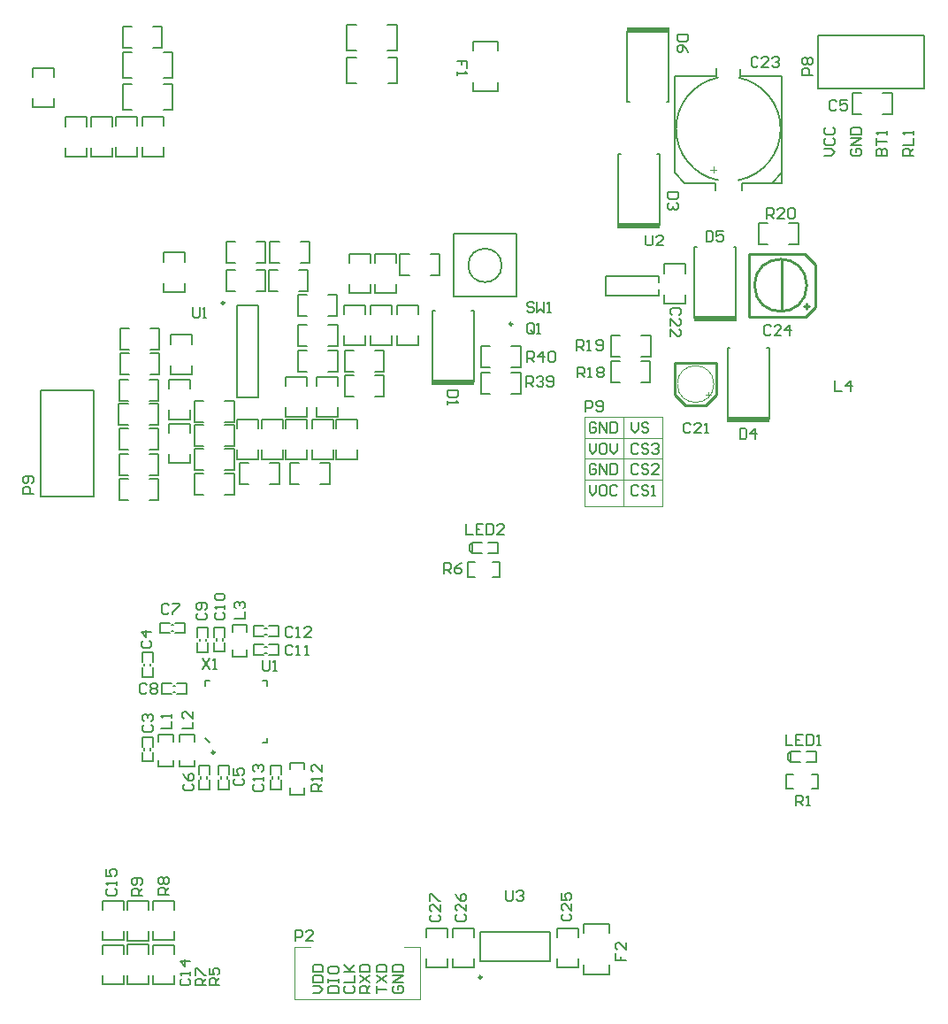
<source format=gto>
G04 Layer_Color=65535*
%FSLAX44Y44*%
%MOMM*%
G71*
G01*
G75*
%ADD26C,0.2000*%
%ADD31C,0.2540*%
%ADD67C,0.2500*%
%ADD68C,0.1000*%
%ADD69C,0.1778*%
%ADD70C,0.1270*%
%ADD71C,0.1524*%
%ADD72C,0.1016*%
%ADD73R,4.1656X0.5080*%
D26*
X1084000Y342527D02*
Y370527D01*
X1017000Y342527D02*
Y370527D01*
X1084000D01*
X1017000Y342527D02*
X1084000D01*
X695500Y544527D02*
Y546527D01*
X701500Y544527D02*
Y546527D01*
X701500Y625527D02*
Y627527D01*
X695500Y625527D02*
Y627527D01*
X755586Y517551D02*
Y519551D01*
X749586Y517551D02*
Y519551D01*
X774636Y517551D02*
Y519551D01*
X768636Y517551D02*
Y519551D01*
X721500Y664527D02*
X723500D01*
X721500Y658527D02*
X723500D01*
X723250Y600527D02*
X725250D01*
X723250Y606527D02*
X725250D01*
X748360Y649181D02*
Y651181D01*
X754360Y649181D02*
Y651181D01*
X764500Y649527D02*
Y651527D01*
X770500Y649527D02*
Y651527D01*
X810750Y661527D02*
X812750D01*
X810750Y655527D02*
X812750D01*
X810750Y637527D02*
X812750D01*
X810750Y643527D02*
X812750D01*
X753250Y556527D02*
X758250Y551527D01*
X753250Y606527D02*
Y611527D01*
X758250D01*
X808250D02*
X813250D01*
Y606527D02*
Y611527D01*
Y551527D02*
Y556527D01*
X808250Y551527D02*
X813250D01*
X824166Y517551D02*
Y519551D01*
X818166Y517551D02*
Y519551D01*
X1188128Y979219D02*
Y985834D01*
X1137328Y979219D02*
X1188128D01*
X1137328D02*
Y998269D01*
X1188128D01*
Y992184D02*
Y998269D01*
X596104Y889229D02*
X646904D01*
X596104Y787629D02*
X646904D01*
X596104D02*
Y889229D01*
X646904Y787629D02*
Y889229D01*
X1442303Y1178029D02*
Y1228829D01*
X1340703Y1178029D02*
Y1228829D01*
X1442303D01*
X1340703Y1178029D02*
X1442303D01*
X784174Y881879D02*
X804174D01*
X784174Y969879D02*
X804174D01*
Y881879D02*
Y969879D01*
X784174Y881879D02*
Y969879D01*
D31*
X1329606Y989379D02*
G03*
X1329606Y989379I-25000J0D01*
G01*
X1203180Y884891D02*
X1213180Y874891D01*
X1233180D01*
X1243180Y884891D01*
Y914891D01*
X1203180D02*
X1243180D01*
X1203180Y884891D02*
Y914891D01*
X1327106Y969379D02*
X1332106D01*
X1274606Y959379D02*
Y1019379D01*
X1337606Y1007379D02*
Y1009379D01*
X1327606Y1019379D02*
X1337606Y1009379D01*
Y968379D02*
Y970379D01*
X1329606Y960379D02*
X1337606Y968379D01*
X1274606Y1019379D02*
X1327606D01*
X1329606Y1017379D02*
X1337606Y1009379D01*
X1274606Y959379D02*
X1328606D01*
X1337606Y968379D01*
Y1009379D01*
X1305606Y965379D02*
Y1013379D01*
X1329606Y966879D02*
Y971879D01*
D67*
X1018250Y327527D02*
G03*
X1018250Y327527I-1250J0D01*
G01*
X762500Y542527D02*
G03*
X762500Y542527I-1250J0D01*
G01*
X1047666Y952295D02*
G03*
X1047666Y952295I-1250J0D01*
G01*
X771924Y972479D02*
G03*
X771924Y972479I-1250J0D01*
G01*
D68*
X707989Y653792D02*
G03*
X707989Y653792I-500J0D01*
G01*
X839000Y306527D02*
Y356527D01*
Y306527D02*
X959000D01*
Y356527D01*
X839000D02*
X854000D01*
X944000D02*
X959000D01*
X1240680Y894891D02*
G03*
X1240680Y894891I-17500J0D01*
G01*
X1116520Y803355D02*
X1191520D01*
X1116520Y823355D02*
X1191520D01*
X1116520Y843355D02*
X1191520D01*
X1154020Y778355D02*
Y863355D01*
X1116520Y778355D02*
X1191520D01*
Y863355D01*
X1116520D02*
X1191520D01*
X1116520Y818355D02*
Y863355D01*
Y778355D02*
Y818355D01*
X1235680Y882391D02*
Y884891D01*
Y887391D01*
X1233180Y884891D02*
X1238180D01*
D69*
X723660Y320731D02*
Y329367D01*
X713500Y320731D02*
X723660D01*
X703340D02*
X713500D01*
X703340D02*
Y329367D01*
Y349687D02*
Y358323D01*
X713500D01*
X723660D01*
Y349687D02*
Y358323D01*
X699660Y320891D02*
Y329527D01*
X689500Y320891D02*
X699660D01*
X679340D02*
X689500D01*
X679340D02*
Y329527D01*
Y349847D02*
Y358483D01*
X689500D01*
X699660D01*
Y349847D02*
Y358483D01*
X655340Y349687D02*
Y358323D01*
X665500D01*
X675660D01*
Y349687D02*
Y358323D01*
Y320731D02*
Y329367D01*
X665500Y320731D02*
X675660D01*
X655340D02*
X665500D01*
X655340D02*
Y329367D01*
X703340Y391687D02*
Y400323D01*
X713500D01*
X723660D01*
Y391687D02*
Y400323D01*
Y362731D02*
Y371367D01*
X713500Y362731D02*
X723660D01*
X703340D02*
X713500D01*
X703340D02*
Y371367D01*
X679340Y391527D02*
Y400163D01*
X689500D01*
X699660D01*
Y391527D02*
Y400163D01*
Y362571D02*
Y371207D01*
X689500Y362571D02*
X699660D01*
X679340D02*
X689500D01*
X679340D02*
Y371207D01*
X675660Y362731D02*
Y371367D01*
X665500Y362731D02*
X675660D01*
X655340D02*
X665500D01*
X655340D02*
Y371367D01*
Y391687D02*
Y400323D01*
X665500D01*
X675660D01*
Y391687D02*
Y400323D01*
X1140600Y330527D02*
Y339527D01*
X1116400Y330527D02*
X1140600D01*
X1116400D02*
Y339527D01*
Y369527D02*
Y378527D01*
X1140600D01*
Y369527D02*
Y378527D01*
X1090340Y365687D02*
Y374323D01*
X1100500D01*
X1110660D01*
Y365687D02*
Y374323D01*
Y336731D02*
Y345367D01*
X1100500Y336731D02*
X1110660D01*
X1090340D02*
X1100500D01*
X1090340D02*
Y345367D01*
X1005265Y724453D02*
X1011864D01*
X1005265Y710618D02*
Y724453D01*
Y710618D02*
X1011864D01*
X1029136D02*
X1035736D01*
Y724453D01*
X1029136D02*
X1035736D01*
X848426Y526163D02*
Y532762D01*
X834591D02*
X848426D01*
X834591Y526163D02*
Y532762D01*
Y502291D02*
Y508891D01*
Y502291D02*
X848426D01*
Y508891D01*
X985660Y336891D02*
Y345527D01*
X975500Y336891D02*
X985660D01*
X965340D02*
X975500D01*
X965340D02*
Y345527D01*
Y365847D02*
Y374483D01*
X975500D01*
X985660D01*
Y365847D02*
Y374483D01*
X1010660Y336731D02*
Y345367D01*
X1000500Y336731D02*
X1010660D01*
X990340D02*
X1000500D01*
X990340D02*
Y345367D01*
Y365687D02*
Y374323D01*
X1000500D01*
X1010660D01*
Y365687D02*
Y374323D01*
X722952Y552587D02*
Y559187D01*
X709117D02*
X722952D01*
X709117Y552587D02*
Y559187D01*
Y528716D02*
Y535315D01*
Y528716D02*
X722952D01*
Y535315D01*
X729421Y528716D02*
Y535315D01*
Y528716D02*
X743255D01*
Y535315D01*
Y552587D02*
Y559187D01*
X729421D02*
X743255D01*
X729421Y552587D02*
Y559187D01*
X779575Y634291D02*
Y640891D01*
Y634291D02*
X793409D01*
Y640891D01*
Y658163D02*
Y664762D01*
X779575D02*
X793409D01*
X779575Y658163D02*
Y664762D01*
X1334136Y521453D02*
X1340736D01*
Y507618D02*
Y521453D01*
X1334136Y507618D02*
X1340736D01*
X1310265D02*
X1316864D01*
X1310265D02*
Y521453D01*
X1316864D01*
X772584Y812849D02*
X781220D01*
Y823009D01*
Y833169D01*
X772584D02*
X781220D01*
X743628D02*
X752264D01*
X743628Y823009D02*
Y833169D01*
Y812849D02*
Y823009D01*
Y812849D02*
X752264D01*
X772584Y835709D02*
X781220D01*
Y845869D01*
Y856029D01*
X772584D02*
X781220D01*
X743628D02*
X752264D01*
X743628Y845869D02*
Y856029D01*
Y835709D02*
Y845869D01*
Y835709D02*
X752264D01*
X743628Y878889D02*
X752264D01*
X743628Y868729D02*
Y878889D01*
Y858569D02*
Y868729D01*
Y858569D02*
X752264D01*
X772584D02*
X781220D01*
Y868729D01*
Y878889D01*
X772584D02*
X781220D01*
X719244Y861363D02*
Y869999D01*
Y861363D02*
X729404D01*
X739564D01*
Y869999D01*
Y890319D02*
Y898955D01*
X729404D02*
X739564D01*
X719244D02*
X729404D01*
X719244Y890319D02*
Y898955D01*
X784014Y823263D02*
Y831899D01*
Y823263D02*
X794174D01*
X804334D01*
Y831899D01*
Y852219D02*
Y860855D01*
X794174D02*
X804334D01*
X784014D02*
X794174D01*
X784014Y852219D02*
Y860855D01*
X808144Y823263D02*
Y831899D01*
Y823263D02*
X818304D01*
X828464D01*
Y831899D01*
Y852219D02*
Y860855D01*
X818304D02*
X828464D01*
X808144D02*
X818304D01*
X808144Y852219D02*
Y860855D01*
X851324Y892859D02*
Y901495D01*
X841164D02*
X851324D01*
X831004D02*
X841164D01*
X831004Y892859D02*
Y901495D01*
Y863903D02*
Y872539D01*
Y863903D02*
X841164D01*
X851324D01*
Y872539D01*
X831004Y823263D02*
Y831899D01*
Y823263D02*
X841164D01*
X851324D01*
Y831899D01*
Y852219D02*
Y860855D01*
X841164D02*
X851324D01*
X831004D02*
X841164D01*
X831004Y852219D02*
Y860855D01*
X879264Y823263D02*
Y831899D01*
Y823263D02*
X889424D01*
X899584D01*
Y831899D01*
Y852219D02*
Y860855D01*
X889424D02*
X899584D01*
X879264D02*
X889424D01*
X879264Y852219D02*
Y860855D01*
X856404Y823263D02*
Y831899D01*
Y823263D02*
X866564D01*
X876724D01*
Y831899D01*
Y852219D02*
Y860855D01*
X866564D02*
X876724D01*
X856404D02*
X866564D01*
X856404Y852219D02*
Y860855D01*
X880534Y892859D02*
Y901495D01*
X870374D02*
X880534D01*
X860214D02*
X870374D01*
X860214Y892859D02*
Y901495D01*
Y863903D02*
Y872539D01*
Y863903D02*
X870374D01*
X880534D01*
Y872539D01*
X940224Y1019605D02*
X948860D01*
X940224Y1009445D02*
Y1019605D01*
Y999285D02*
Y1009445D01*
Y999285D02*
X948860D01*
X969180D02*
X977816D01*
Y1009445D01*
Y1019605D01*
X969180D02*
X977816D01*
X907204Y961439D02*
Y970075D01*
X897044D02*
X907204D01*
X886884D02*
X897044D01*
X886884Y961439D02*
Y970075D01*
Y932483D02*
Y941119D01*
Y932483D02*
X897044D01*
X907204D01*
Y941119D01*
X844720Y1010715D02*
X853356D01*
Y1020875D01*
Y1031035D01*
X844720D02*
X853356D01*
X815764D02*
X824400D01*
X815764Y1020875D02*
Y1031035D01*
Y1010715D02*
Y1020875D01*
Y1010715D02*
X824400D01*
X734230Y1011985D02*
Y1020621D01*
X724070D02*
X734230D01*
X713910D02*
X724070D01*
X713910Y1011985D02*
Y1020621D01*
Y983029D02*
Y991665D01*
Y983029D02*
X724070D01*
X734230D01*
Y991665D01*
X773854Y1010715D02*
X782490D01*
X773854D02*
Y1020875D01*
Y1031035D01*
X782490D01*
X802810D02*
X811446D01*
Y1020875D02*
Y1031035D01*
Y1010715D02*
Y1020875D01*
X802810Y1010715D02*
X811446D01*
X773854Y1004365D02*
X782490D01*
X773854Y994205D02*
Y1004365D01*
Y984045D02*
Y994205D01*
Y984045D02*
X782490D01*
X802810D02*
X811446D01*
Y994205D01*
Y1004365D01*
X802810D02*
X811446D01*
X871644Y930959D02*
X880280D01*
Y941119D01*
Y951279D01*
X871644D02*
X880280D01*
X842688D02*
X851324D01*
X842688Y941119D02*
Y951279D01*
Y930959D02*
Y941119D01*
Y930959D02*
X851324D01*
X936160Y1010715D02*
Y1019351D01*
X926000D02*
X936160D01*
X915840D02*
X926000D01*
X915840Y1010715D02*
Y1019351D01*
Y981759D02*
Y990395D01*
Y981759D02*
X926000D01*
X936160D01*
Y990395D01*
X814494Y1004365D02*
X823130D01*
X814494Y994205D02*
Y1004365D01*
Y984045D02*
Y994205D01*
Y984045D02*
X823130D01*
X843450D02*
X852086D01*
Y994205D01*
Y1004365D01*
X843450D02*
X852086D01*
X871644Y906829D02*
X880280D01*
Y916989D01*
Y927149D01*
X871644D02*
X880280D01*
X842688D02*
X851324D01*
X842688Y916989D02*
Y927149D01*
Y906829D02*
Y916989D01*
Y906829D02*
X851324D01*
X871390Y959915D02*
X880026D01*
Y970075D01*
Y980235D01*
X871390D02*
X880026D01*
X842434D02*
X851070D01*
X842434Y970075D02*
Y980235D01*
Y959915D02*
Y970075D01*
Y959915D02*
X851070D01*
X1017884Y910695D02*
X1026520D01*
X1017884D02*
Y920855D01*
Y931015D01*
X1026520D01*
X1046840D02*
X1055476D01*
Y920855D02*
Y931015D01*
Y910695D02*
Y920855D01*
X1046840Y910695D02*
X1055476D01*
X1017884Y885695D02*
X1026520D01*
X1017884D02*
Y895855D01*
Y906015D01*
X1026520D01*
X1046840D02*
X1055476D01*
Y895855D02*
Y906015D01*
Y885695D02*
Y895855D01*
X1046840Y885695D02*
X1055476D01*
X1373548Y1153209D02*
X1382184D01*
X1373548D02*
Y1163369D01*
Y1173529D01*
X1382184D01*
X1402504D02*
X1411140D01*
Y1163369D02*
Y1173529D01*
Y1153209D02*
Y1163369D01*
X1402504Y1153209D02*
X1411140D01*
X1157775Y1165149D02*
X1160060D01*
X1157775D02*
Y1232967D01*
X1197653Y1165149D02*
Y1232967D01*
X1195368Y1165149D02*
X1197653D01*
X1259630Y1025957D02*
X1261915D01*
Y958139D02*
Y1025957D01*
X1222037Y958139D02*
Y1025957D01*
X1224322D01*
X1312842Y1028495D02*
X1321478D01*
Y1038655D01*
Y1048815D01*
X1312842D02*
X1321478D01*
X1283886D02*
X1292522D01*
X1283886Y1038655D02*
Y1048815D01*
Y1028495D02*
Y1038655D01*
Y1028495D02*
X1292522D01*
X1142408Y941627D02*
X1151044D01*
X1142408Y931467D02*
Y941627D01*
Y921307D02*
Y931467D01*
Y921307D02*
X1151044D01*
X1171364D02*
X1180000D01*
Y931467D01*
Y941627D01*
X1171364D02*
X1180000D01*
X1213782Y1001063D02*
Y1009699D01*
X1203622D02*
X1213782D01*
X1193462D02*
X1203622D01*
X1193462Y1001063D02*
Y1009699D01*
Y972107D02*
Y980743D01*
Y972107D02*
X1203622D01*
X1213782D01*
Y980743D01*
X1291380Y929691D02*
X1293665D01*
Y861873D02*
Y929691D01*
X1253787Y861873D02*
Y929691D01*
X1256072D01*
X1010093Y1174654D02*
Y1183654D01*
Y1174654D02*
X1034293D01*
Y1183654D01*
Y1213654D02*
Y1222654D01*
X1010093D02*
X1034293D01*
X1010093Y1213654D02*
Y1222654D01*
X1186478Y1115363D02*
X1188763D01*
Y1047545D02*
Y1115363D01*
X1148885Y1047545D02*
Y1115363D01*
X1151170D01*
X1171110Y896923D02*
X1179746D01*
Y907083D01*
Y917243D01*
X1171110D02*
X1179746D01*
X1142154D02*
X1150790D01*
X1142154Y907083D02*
Y917243D01*
Y896923D02*
Y907083D01*
Y896923D02*
X1150790D01*
X1008678Y965249D02*
X1010963D01*
Y897431D02*
Y965249D01*
X971085Y897431D02*
Y965249D01*
X973370D01*
X701210Y904035D02*
X709846D01*
Y914195D01*
Y924355D01*
X701210D02*
X709846D01*
X672254D02*
X680890D01*
X672254Y914195D02*
Y924355D01*
Y904035D02*
Y914195D01*
Y904035D02*
X680890D01*
X740580Y933245D02*
Y941881D01*
X730420D02*
X740580D01*
X720260D02*
X730420D01*
X720260Y933245D02*
Y941881D01*
Y904289D02*
Y912925D01*
Y904289D02*
X730420D01*
X740580D01*
Y912925D01*
X588180Y1159559D02*
Y1168195D01*
Y1159559D02*
X598340D01*
X608500D01*
Y1168195D01*
Y1188515D02*
Y1197151D01*
X598340D02*
X608500D01*
X588180D02*
X598340D01*
X588180Y1188515D02*
Y1197151D01*
X937684Y932483D02*
Y941119D01*
Y932483D02*
X947844D01*
X958004D01*
Y941119D01*
Y961439D02*
Y970075D01*
X947844D02*
X958004D01*
X937684D02*
X947844D01*
X937684Y961439D02*
Y970075D01*
X912030Y1010715D02*
Y1019351D01*
X901870D02*
X912030D01*
X891710D02*
X901870D01*
X891710Y1010715D02*
Y1019351D01*
Y981759D02*
Y990395D01*
Y981759D02*
X901870D01*
X912030D01*
Y990395D01*
X932604Y961439D02*
Y970075D01*
X922444D02*
X932604D01*
X912284D02*
X922444D01*
X912284Y961439D02*
Y970075D01*
Y932483D02*
Y941119D01*
Y932483D02*
X922444D01*
X932604D01*
Y941119D01*
X701210Y928165D02*
X709846D01*
Y938325D01*
Y948485D01*
X701210D02*
X709846D01*
X672254D02*
X680890D01*
X672254Y938325D02*
Y948485D01*
Y928165D02*
Y938325D01*
Y928165D02*
X680890D01*
X703750Y1216455D02*
X712386D01*
Y1226615D01*
Y1236775D01*
X703750D02*
X712386D01*
X674794D02*
X683430D01*
X674794Y1226615D02*
Y1236775D01*
Y1216455D02*
Y1226615D01*
Y1216455D02*
X683430D01*
X713670Y1187845D02*
X722670D01*
Y1212045D01*
X713670D02*
X722670D01*
X674670D02*
X683670D01*
X674670Y1187845D02*
Y1212045D01*
Y1187845D02*
X683670D01*
X713670Y1157365D02*
X722670D01*
Y1181565D01*
X713670D02*
X722670D01*
X674670D02*
X683670D01*
X674670Y1157365D02*
Y1181565D01*
Y1157365D02*
X683670D01*
X640250Y1141525D02*
Y1150161D01*
X630090D02*
X640250D01*
X619930D02*
X630090D01*
X619930Y1141525D02*
Y1150161D01*
Y1112569D02*
Y1121205D01*
Y1112569D02*
X630090D01*
X640250D01*
Y1121205D01*
X664380Y1141525D02*
Y1150161D01*
X654220D02*
X664380D01*
X644060D02*
X654220D01*
X644060Y1141525D02*
Y1150161D01*
Y1112569D02*
Y1121205D01*
Y1112569D02*
X654220D01*
X664380D01*
Y1121205D01*
X688764Y1141779D02*
Y1150415D01*
X678604D02*
X688764D01*
X668444D02*
X678604D01*
X668444Y1141779D02*
Y1150415D01*
Y1112823D02*
Y1121459D01*
Y1112823D02*
X678604D01*
X688764D01*
Y1121459D01*
X714164Y1141779D02*
Y1150415D01*
X704004D02*
X714164D01*
X693844D02*
X704004D01*
X693844Y1141779D02*
Y1150415D01*
Y1112823D02*
Y1121459D01*
Y1112823D02*
X704004D01*
X714164D01*
Y1121459D01*
X700194Y878889D02*
X708830D01*
Y889049D01*
Y899209D01*
X700194D02*
X708830D01*
X671238D02*
X679874D01*
X671238Y889049D02*
Y899209D01*
Y878889D02*
Y889049D01*
Y878889D02*
X679874D01*
X699940Y855775D02*
X708576D01*
Y865935D01*
Y876095D01*
X699940D02*
X708576D01*
X670984D02*
X679620D01*
X670984Y865935D02*
Y876095D01*
Y855775D02*
Y865935D01*
Y855775D02*
X679620D01*
X671238Y852219D02*
X679874D01*
X671238Y842059D02*
Y852219D01*
Y831899D02*
Y842059D01*
Y831899D02*
X679874D01*
X700194D02*
X708830D01*
Y842059D01*
Y852219D01*
X700194D02*
X708830D01*
X700194Y807769D02*
X708830D01*
Y817929D01*
Y828089D01*
X700194D02*
X708830D01*
X671238D02*
X679874D01*
X671238Y817929D02*
Y828089D01*
Y807769D02*
Y817929D01*
Y807769D02*
X679874D01*
X700194Y783639D02*
X708830D01*
Y793799D01*
Y803959D01*
X700194D02*
X708830D01*
X671238D02*
X679874D01*
X671238Y793799D02*
Y803959D01*
Y783639D02*
Y793799D01*
Y783639D02*
X679874D01*
X739564Y848409D02*
Y857045D01*
X729404D02*
X739564D01*
X719244D02*
X729404D01*
X719244Y848409D02*
Y857045D01*
Y819453D02*
Y828089D01*
Y819453D02*
X729404D01*
X739564D01*
Y828089D01*
X916094Y906829D02*
X924730D01*
Y916989D01*
Y927149D01*
X916094D02*
X924730D01*
X887138D02*
X895774D01*
X887138Y916989D02*
Y927149D01*
Y906829D02*
Y916989D01*
Y906829D02*
X895774D01*
X887138Y903019D02*
X895774D01*
X887138Y892859D02*
Y903019D01*
Y882699D02*
Y892859D01*
Y882699D02*
X895774D01*
X916094D02*
X924730D01*
Y892859D01*
Y903019D01*
X916094D02*
X924730D01*
X772584Y788719D02*
X781220D01*
Y798879D01*
Y809039D01*
X772584D02*
X781220D01*
X743628D02*
X752264D01*
X743628Y798879D02*
Y809039D01*
Y788719D02*
Y798879D01*
Y788719D02*
X752264D01*
X815764Y798879D02*
X824400D01*
Y809039D01*
Y819199D01*
X815764D02*
X824400D01*
X786808D02*
X795444D01*
X786808Y809039D02*
Y819199D01*
Y798879D02*
Y809039D01*
Y798879D02*
X795444D01*
X835068Y819199D02*
X843704D01*
X835068Y809039D02*
Y819199D01*
Y798879D02*
Y809039D01*
Y798879D02*
X843704D01*
X864024D02*
X872660D01*
Y809039D01*
Y819199D01*
X864024D02*
X872660D01*
X928002Y1214151D02*
X937002D01*
Y1238351D01*
X928002D02*
X937002D01*
X889002D02*
X898002D01*
X889002Y1214151D02*
Y1238351D01*
Y1214151D02*
X898002D01*
X928475Y1182823D02*
X937475D01*
Y1207023D01*
X928475D02*
X937475D01*
X889475D02*
X898475D01*
X889475Y1182823D02*
Y1207023D01*
Y1182823D02*
X898475D01*
D70*
X1006895Y741067D02*
X1009435Y743607D01*
X1018325D01*
X1006895Y735987D02*
X1009435Y733447D01*
X1018325D01*
X1009435D02*
Y743607D01*
X1006895Y735987D02*
Y741067D01*
X1033565Y733447D02*
Y743607D01*
X1024675D02*
X1033565D01*
X1024675Y733447D02*
X1033565D01*
X1329655Y533437D02*
X1338545D01*
X1329655Y543597D02*
X1338545D01*
Y533437D02*
Y543597D01*
X1311875Y535977D02*
Y541057D01*
X1314415Y533437D02*
Y543597D01*
Y533437D02*
X1323305D01*
X1311875Y535977D02*
X1314415Y533437D01*
Y543597D02*
X1323305D01*
X1311875Y541057D02*
X1314415Y543597D01*
X693750Y405597D02*
X683753D01*
Y410595D01*
X685419Y412262D01*
X688752D01*
X690418Y410595D01*
Y405597D01*
Y408929D02*
X693750Y412262D01*
X692084Y415594D02*
X693750Y417260D01*
Y420592D01*
X692084Y422258D01*
X685419D01*
X683753Y420592D01*
Y417260D01*
X685419Y415594D01*
X687086D01*
X688752Y417260D01*
Y422258D01*
X718500Y406367D02*
X708503D01*
Y411365D01*
X710170Y413032D01*
X713502D01*
X715168Y411365D01*
Y406367D01*
Y409699D02*
X718500Y413032D01*
X710170Y416364D02*
X708503Y418030D01*
Y421362D01*
X710170Y423028D01*
X711836D01*
X713502Y421362D01*
X715168Y423028D01*
X716834D01*
X718500Y421362D01*
Y418030D01*
X716834Y416364D01*
X715168D01*
X713502Y418030D01*
X711836Y416364D01*
X710170D01*
X713502Y418030D02*
Y421362D01*
X754500Y319527D02*
X744503D01*
Y324525D01*
X746170Y326191D01*
X749502D01*
X751168Y324525D01*
Y319527D01*
Y322859D02*
X754500Y326191D01*
X744503Y329524D02*
Y336188D01*
X746170D01*
X752834Y329524D01*
X754500D01*
X767500Y319687D02*
X757503D01*
Y324685D01*
X759169Y326352D01*
X762502D01*
X764168Y324685D01*
Y319687D01*
Y323019D02*
X767500Y326352D01*
X757503Y336348D02*
Y329684D01*
X762502D01*
X760836Y333016D01*
Y334682D01*
X762502Y336348D01*
X765834D01*
X767500Y334682D01*
Y331350D01*
X765834Y329684D01*
X660819Y412422D02*
X659153Y410756D01*
Y407423D01*
X660819Y405757D01*
X667484D01*
X669150Y407423D01*
Y410756D01*
X667484Y412422D01*
X669150Y415754D02*
Y419086D01*
Y417420D01*
X659153D01*
X660819Y415754D01*
X659153Y430749D02*
Y424085D01*
X664152D01*
X662486Y427417D01*
Y429083D01*
X664152Y430749D01*
X667484D01*
X669150Y429083D01*
Y425751D01*
X667484Y424085D01*
X731170Y326191D02*
X729503Y324525D01*
Y321193D01*
X731170Y319527D01*
X737834D01*
X739500Y321193D01*
Y324525D01*
X737834Y326191D01*
X739500Y329524D02*
Y332856D01*
Y331190D01*
X729503D01*
X731170Y329524D01*
X739500Y342853D02*
X729503D01*
X734502Y337854D01*
Y344519D01*
X1041500Y410524D02*
Y402193D01*
X1043166Y400527D01*
X1046498D01*
X1048165Y402193D01*
Y410524D01*
X1051497Y408858D02*
X1053163Y410524D01*
X1056495D01*
X1058161Y408858D01*
Y407192D01*
X1056495Y405525D01*
X1054829D01*
X1056495D01*
X1058161Y403859D01*
Y402193D01*
X1056495Y400527D01*
X1053163D01*
X1051497Y402193D01*
X1146503Y350191D02*
Y343527D01*
X1151502D01*
Y346859D01*
Y343527D01*
X1156500D01*
Y360188D02*
Y353524D01*
X1149836Y360188D01*
X1148169D01*
X1146503Y358522D01*
Y355190D01*
X1148169Y353524D01*
X1096170Y388032D02*
X1094503Y386365D01*
Y383033D01*
X1096170Y381367D01*
X1102834D01*
X1104500Y383033D01*
Y386365D01*
X1102834Y388032D01*
X1104500Y398028D02*
Y391364D01*
X1097836Y398028D01*
X1096170D01*
X1094503Y396362D01*
Y393030D01*
X1096170Y391364D01*
X1094503Y408025D02*
Y401361D01*
X1099502D01*
X1097836Y404693D01*
Y406359D01*
X1099502Y408025D01*
X1102834D01*
X1104500Y406359D01*
Y403027D01*
X1102834Y401361D01*
X751360Y632238D02*
X758025Y622241D01*
Y632238D02*
X751360Y622241D01*
X761357D02*
X764689D01*
X763023D01*
Y632238D01*
X761357Y630572D01*
X808650Y630894D02*
Y622563D01*
X810316Y620897D01*
X813649D01*
X815315Y622563D01*
Y630894D01*
X818647Y620897D02*
X821979D01*
X820313D01*
Y630894D01*
X818647Y629228D01*
X865500Y505527D02*
X855503D01*
Y510525D01*
X857169Y512192D01*
X860502D01*
X862168Y510525D01*
Y505527D01*
Y508859D02*
X865500Y512192D01*
Y515524D02*
Y518856D01*
Y517190D01*
X855503D01*
X857169Y515524D01*
X865500Y530519D02*
Y523854D01*
X858836Y530519D01*
X857169D01*
X855503Y528853D01*
Y525521D01*
X857169Y523854D01*
X982500Y713527D02*
Y723524D01*
X987498D01*
X989165Y721858D01*
Y718525D01*
X987498Y716859D01*
X982500D01*
X985832D02*
X989165Y713527D01*
X999161Y723524D02*
X995829Y721858D01*
X992497Y718525D01*
Y715193D01*
X994163Y713527D01*
X997495D01*
X999161Y715193D01*
Y716859D01*
X997495Y718525D01*
X992497D01*
X840230Y362257D02*
Y372254D01*
X845229D01*
X846895Y370588D01*
Y367255D01*
X845229Y365589D01*
X840230D01*
X856891Y362257D02*
X850227D01*
X856891Y368922D01*
Y370588D01*
X855225Y372254D01*
X851893D01*
X850227Y370588D01*
X1003180Y760764D02*
Y750767D01*
X1009845D01*
X1019841Y760764D02*
X1013177D01*
Y750767D01*
X1019841D01*
X1013177Y755765D02*
X1016509D01*
X1023174Y760764D02*
Y750767D01*
X1028172D01*
X1029838Y752433D01*
Y759098D01*
X1028172Y760764D01*
X1023174D01*
X1039835Y750767D02*
X1033170D01*
X1039835Y757431D01*
Y759098D01*
X1038169Y760764D01*
X1034837D01*
X1033170Y759098D01*
X781583Y670227D02*
X791580D01*
Y676891D01*
X783250Y680224D02*
X781583Y681890D01*
Y685222D01*
X783250Y686888D01*
X784916D01*
X786582Y685222D01*
Y683556D01*
Y685222D01*
X788248Y686888D01*
X789914D01*
X791580Y685222D01*
Y681890D01*
X789914Y680224D01*
X731429Y565161D02*
X741426D01*
Y571825D01*
Y581822D02*
Y575158D01*
X734762Y581822D01*
X733095D01*
X731429Y580156D01*
Y576824D01*
X733095Y575158D01*
X711109Y565541D02*
X721106D01*
Y572206D01*
Y575538D02*
Y578870D01*
Y577204D01*
X711109D01*
X712775Y575538D01*
X970170Y387192D02*
X968503Y385525D01*
Y382193D01*
X970170Y380527D01*
X976834D01*
X978500Y382193D01*
Y385525D01*
X976834Y387192D01*
X978500Y397188D02*
Y390524D01*
X971836Y397188D01*
X970170D01*
X968503Y395522D01*
Y392190D01*
X970170Y390524D01*
X968503Y400521D02*
Y407185D01*
X970170D01*
X976834Y400521D01*
X978500D01*
X995170Y387351D02*
X993503Y385685D01*
Y382353D01*
X995170Y380687D01*
X1001834D01*
X1003500Y382353D01*
Y385685D01*
X1001834Y387351D01*
X1003500Y397348D02*
Y390684D01*
X996836Y397348D01*
X995170D01*
X993503Y395682D01*
Y392350D01*
X995170Y390684D01*
X993503Y407345D02*
X995170Y404013D01*
X998502Y400681D01*
X1001834D01*
X1003500Y402347D01*
Y405679D01*
X1001834Y407345D01*
X1000168D01*
X998502Y405679D01*
Y400681D01*
X801170Y512192D02*
X799503Y510525D01*
Y507193D01*
X801170Y505527D01*
X807834D01*
X809500Y507193D01*
Y510525D01*
X807834Y512192D01*
X809500Y515524D02*
Y518856D01*
Y517190D01*
X799503D01*
X801170Y515524D01*
Y523854D02*
X799503Y525521D01*
Y528853D01*
X801170Y530519D01*
X802836D01*
X804502Y528853D01*
Y527187D01*
Y528853D01*
X806168Y530519D01*
X807834D01*
X809500Y528853D01*
Y525521D01*
X807834Y523854D01*
X837135Y661258D02*
X835469Y662924D01*
X832136D01*
X830470Y661258D01*
Y654593D01*
X832136Y652927D01*
X835469D01*
X837135Y654593D01*
X840467Y652927D02*
X843799D01*
X842133D01*
Y662924D01*
X840467Y661258D01*
X855462Y652927D02*
X848798D01*
X855462Y659592D01*
Y661258D01*
X853796Y662924D01*
X850464D01*
X848798Y661258D01*
X837465Y643778D02*
X835798Y645444D01*
X832466D01*
X830800Y643778D01*
Y637113D01*
X832466Y635447D01*
X835798D01*
X837465Y637113D01*
X840797Y635447D02*
X844129D01*
X842463D01*
Y645444D01*
X840797Y643778D01*
X849128Y635447D02*
X852460D01*
X850794D01*
Y645444D01*
X849128Y643778D01*
X764249Y676242D02*
X762583Y674575D01*
Y671243D01*
X764249Y669577D01*
X770914D01*
X772580Y671243D01*
Y674575D01*
X770914Y676242D01*
X772580Y679574D02*
Y682906D01*
Y681240D01*
X762583D01*
X764249Y679574D01*
Y687904D02*
X762583Y689571D01*
Y692903D01*
X764249Y694569D01*
X770914D01*
X772580Y692903D01*
Y689571D01*
X770914Y687904D01*
X764249D01*
X746840Y675895D02*
X745173Y674229D01*
Y670897D01*
X746840Y669231D01*
X753504D01*
X755170Y670897D01*
Y674229D01*
X753504Y675895D01*
Y679228D02*
X755170Y680894D01*
Y684226D01*
X753504Y685892D01*
X746840D01*
X745173Y684226D01*
Y680894D01*
X746840Y679228D01*
X748506D01*
X750172Y680894D01*
Y685892D01*
X697895Y606778D02*
X696228Y608444D01*
X692896D01*
X691230Y606778D01*
Y600113D01*
X692896Y598447D01*
X696228D01*
X697895Y600113D01*
X701227Y606778D02*
X702893Y608444D01*
X706225D01*
X707891Y606778D01*
Y605112D01*
X706225Y603445D01*
X707891Y601779D01*
Y600113D01*
X706225Y598447D01*
X702893D01*
X701227Y600113D01*
Y601779D01*
X702893Y603445D01*
X701227Y605112D01*
Y606778D01*
X702893Y603445D02*
X706225D01*
X719132Y683193D02*
X717466Y684859D01*
X714133D01*
X712467Y683193D01*
Y676528D01*
X714133Y674862D01*
X717466D01*
X719132Y676528D01*
X722464Y684859D02*
X729128D01*
Y683193D01*
X722464Y676528D01*
Y674862D01*
X734096Y512515D02*
X732429Y510849D01*
Y507517D01*
X734096Y505851D01*
X740760D01*
X742426Y507517D01*
Y510849D01*
X740760Y512515D01*
X732429Y522512D02*
X734096Y519180D01*
X737428Y515848D01*
X740760D01*
X742426Y517514D01*
Y520846D01*
X740760Y522512D01*
X739094D01*
X737428Y520846D01*
Y515848D01*
X782355Y517595D02*
X780689Y515929D01*
Y512597D01*
X782355Y510931D01*
X789020D01*
X790686Y512597D01*
Y515929D01*
X789020Y517595D01*
X780689Y527592D02*
Y520928D01*
X785688D01*
X784022Y524260D01*
Y525926D01*
X785688Y527592D01*
X789020D01*
X790686Y525926D01*
Y522594D01*
X789020Y520928D01*
X693979Y649302D02*
X692313Y647635D01*
Y644303D01*
X693979Y642637D01*
X700644D01*
X702310Y644303D01*
Y647635D01*
X700644Y649302D01*
X702310Y657632D02*
X692313D01*
X697312Y652634D01*
Y659298D01*
X695249Y568702D02*
X693583Y567035D01*
Y563703D01*
X695249Y562037D01*
X701914D01*
X703580Y563703D01*
Y567035D01*
X701914Y568702D01*
X695249Y572034D02*
X693583Y573700D01*
Y577032D01*
X695249Y578698D01*
X696916D01*
X698582Y577032D01*
Y575366D01*
Y577032D01*
X700248Y578698D01*
X701914D01*
X703580Y577032D01*
Y573700D01*
X701914Y572034D01*
X1309500Y559524D02*
Y549527D01*
X1316165D01*
X1326161Y559524D02*
X1319497D01*
Y549527D01*
X1326161D01*
X1319497Y554525D02*
X1322829D01*
X1329494Y559524D02*
Y549527D01*
X1334492D01*
X1336158Y551193D01*
Y557858D01*
X1334492Y559524D01*
X1329494D01*
X1339491Y549527D02*
X1342823D01*
X1341157D01*
Y559524D01*
X1339491Y557858D01*
X1319500Y491527D02*
Y501524D01*
X1324498D01*
X1326165Y499858D01*
Y496525D01*
X1324498Y494859D01*
X1319500D01*
X1322832D02*
X1326165Y491527D01*
X1329497D02*
X1332829D01*
X1331163D01*
Y501524D01*
X1329497Y499858D01*
X856503Y312527D02*
X863168D01*
X866500Y315859D01*
X863168Y319191D01*
X856503D01*
Y322524D02*
X866500D01*
Y327522D01*
X864834Y329188D01*
X858169D01*
X856503Y327522D01*
Y322524D01*
Y332521D02*
X866500D01*
Y337519D01*
X864834Y339185D01*
X858169D01*
X856503Y337519D01*
Y332521D01*
X871503Y312527D02*
X881500D01*
Y317525D01*
X879834Y319191D01*
X873169D01*
X871503Y317525D01*
Y312527D01*
Y322524D02*
Y325856D01*
Y324190D01*
X881500D01*
Y322524D01*
Y325856D01*
X871503Y335853D02*
Y332521D01*
X873169Y330854D01*
X879834D01*
X881500Y332521D01*
Y335853D01*
X879834Y337519D01*
X873169D01*
X871503Y335853D01*
X888169Y319191D02*
X886503Y317525D01*
Y314193D01*
X888169Y312527D01*
X894834D01*
X896500Y314193D01*
Y317525D01*
X894834Y319191D01*
X886503Y322524D02*
X896500D01*
Y329188D01*
X886503Y332521D02*
X896500D01*
X893168D01*
X886503Y339185D01*
X891502Y334187D01*
X896500Y339185D01*
X911500Y312527D02*
X901503D01*
Y317525D01*
X903169Y319191D01*
X906502D01*
X908168Y317525D01*
Y312527D01*
Y315859D02*
X911500Y319191D01*
X901503Y322524D02*
X911500Y329188D01*
X901503D02*
X911500Y322524D01*
X901503Y332521D02*
X911500D01*
Y337519D01*
X909834Y339185D01*
X903169D01*
X901503Y337519D01*
Y332521D01*
X917503Y312527D02*
Y319191D01*
Y315859D01*
X927500D01*
X917503Y322524D02*
X927500Y329188D01*
X917503D02*
X927500Y322524D01*
X917503Y332521D02*
X927500D01*
Y337519D01*
X925834Y339185D01*
X919169D01*
X917503Y337519D01*
Y332521D01*
X935170Y319191D02*
X933503Y317525D01*
Y314193D01*
X935170Y312527D01*
X941834D01*
X943500Y314193D01*
Y317525D01*
X941834Y319191D01*
X938502D01*
Y315859D01*
X943500Y322524D02*
X933503D01*
X943500Y329188D01*
X933503D01*
Y332521D02*
X943500D01*
Y337519D01*
X941834Y339185D01*
X935170D01*
X933503Y337519D01*
Y332521D01*
X1264422Y1089927D02*
G03*
X1264422Y1187985I-9806J49029D01*
G01*
X1244616Y1188014D02*
G03*
X1244616Y1089956I9806J-49029D01*
G01*
X1202922Y1189735D02*
X1242672D01*
Y1196735D01*
X1202922Y1096985D02*
Y1189735D01*
X1266172D02*
X1266172Y1189735D01*
X1305922D01*
X1242172Y1080235D02*
Y1086735D01*
X1267172Y1080235D02*
Y1086735D01*
X1212922Y1086985D02*
X1242172D01*
X1202922Y1096985D02*
X1212922Y1086985D01*
X1266172Y1189735D02*
Y1196485D01*
X1267172Y1086735D02*
X1280922D01*
X1295922Y1086985D02*
X1305922Y1096985D01*
X1267172Y1086735D02*
X1287422D01*
X1287422Y1086735D01*
X1267172Y1086735D02*
X1295922D01*
X1267172D02*
X1305922D01*
X1305922Y1086735D01*
Y1189735D01*
X1068185Y971685D02*
X1066518Y973352D01*
X1063186D01*
X1061520Y971685D01*
Y970019D01*
X1063186Y968353D01*
X1066518D01*
X1068185Y966687D01*
Y965021D01*
X1066518Y963355D01*
X1063186D01*
X1061520Y965021D01*
X1071517Y973352D02*
Y963355D01*
X1074849Y966687D01*
X1078181Y963355D01*
Y973352D01*
X1081514Y963355D02*
X1084846D01*
X1083180D01*
Y973352D01*
X1081514Y971685D01*
X1358115Y1165095D02*
X1356449Y1166761D01*
X1353116D01*
X1351450Y1165095D01*
Y1158431D01*
X1353116Y1156765D01*
X1356449D01*
X1358115Y1158431D01*
X1368111Y1166761D02*
X1361447D01*
Y1161763D01*
X1364779Y1163429D01*
X1366445D01*
X1368111Y1161763D01*
Y1158431D01*
X1366445Y1156765D01*
X1363113D01*
X1361447Y1158431D01*
X1218669Y856297D02*
X1217002Y857963D01*
X1213670D01*
X1212004Y856297D01*
Y849633D01*
X1213670Y847967D01*
X1217002D01*
X1218669Y849633D01*
X1228665Y847967D02*
X1222001D01*
X1228665Y854631D01*
Y856297D01*
X1226999Y857963D01*
X1223667D01*
X1222001Y856297D01*
X1231998Y847967D02*
X1235330D01*
X1233664D01*
Y857963D01*
X1231998Y856297D01*
X1207381Y960870D02*
X1209047Y962536D01*
Y965869D01*
X1207381Y967535D01*
X1200716D01*
X1199050Y965869D01*
Y962536D01*
X1200716Y960870D01*
X1199050Y950873D02*
Y957538D01*
X1205715Y950873D01*
X1207381D01*
X1209047Y952540D01*
Y955872D01*
X1207381Y957538D01*
X1199050Y940877D02*
Y947541D01*
X1205715Y940877D01*
X1207381D01*
X1209047Y942543D01*
Y945875D01*
X1207381Y947541D01*
X1283185Y1206685D02*
X1281519Y1208352D01*
X1278186D01*
X1276520Y1206685D01*
Y1200021D01*
X1278186Y1198355D01*
X1281519D01*
X1283185Y1200021D01*
X1293181Y1198355D02*
X1286517D01*
X1293181Y1205019D01*
Y1206685D01*
X1291515Y1208352D01*
X1288183D01*
X1286517Y1206685D01*
X1296514D02*
X1298180Y1208352D01*
X1301512D01*
X1303178Y1206685D01*
Y1205019D01*
X1301512Y1203353D01*
X1299846D01*
X1301512D01*
X1303178Y1201687D01*
Y1200021D01*
X1301512Y1198355D01*
X1298180D01*
X1296514Y1200021D01*
X1295185Y949685D02*
X1293519Y951351D01*
X1290186D01*
X1288520Y949685D01*
Y943021D01*
X1290186Y941355D01*
X1293519D01*
X1295185Y943021D01*
X1305181Y941355D02*
X1298517D01*
X1305181Y948019D01*
Y949685D01*
X1303515Y951351D01*
X1300183D01*
X1298517Y949685D01*
X1313512Y941355D02*
Y951351D01*
X1308514Y946353D01*
X1315178D01*
X1206517Y1078355D02*
X1196520D01*
Y1073356D01*
X1198186Y1071690D01*
X1204851D01*
X1206517Y1073356D01*
Y1078355D01*
X1204851Y1068358D02*
X1206517Y1066692D01*
Y1063360D01*
X1204851Y1061693D01*
X1203185D01*
X1201518Y1063360D01*
Y1065026D01*
Y1063360D01*
X1199852Y1061693D01*
X1198186D01*
X1196520Y1063360D01*
Y1066692D01*
X1198186Y1068358D01*
X1265520Y852352D02*
Y842355D01*
X1270518D01*
X1272185Y844021D01*
Y850685D01*
X1270518Y852352D01*
X1265520D01*
X1280515Y842355D02*
Y852352D01*
X1275517Y847353D01*
X1282181D01*
X1233340Y1041031D02*
Y1031035D01*
X1238338D01*
X1240005Y1032701D01*
Y1039365D01*
X1238338Y1041031D01*
X1233340D01*
X1250001D02*
X1243337D01*
Y1036033D01*
X1246669Y1037699D01*
X1248335D01*
X1250001Y1036033D01*
Y1032701D01*
X1248335Y1031035D01*
X1245003D01*
X1243337Y1032701D01*
X1215517Y1229355D02*
X1205520D01*
Y1224356D01*
X1207186Y1222690D01*
X1213851D01*
X1215517Y1224356D01*
Y1229355D01*
Y1212693D02*
X1213851Y1216026D01*
X1210518Y1219358D01*
X1207186D01*
X1205520Y1217692D01*
Y1214360D01*
X1207186Y1212693D01*
X1208852D01*
X1210518Y1214360D01*
Y1219358D01*
X1004577Y1197090D02*
Y1203755D01*
X999578D01*
Y1200422D01*
Y1203755D01*
X994580D01*
Y1193758D02*
Y1190426D01*
Y1192092D01*
X1004577D01*
X1002911Y1193758D01*
X1356520Y898352D02*
Y888355D01*
X1363185D01*
X1371515D02*
Y898352D01*
X1366517Y893353D01*
X1373181D01*
X1110150Y901241D02*
Y911237D01*
X1115148D01*
X1116815Y909571D01*
Y906239D01*
X1115148Y904573D01*
X1110150D01*
X1113482D02*
X1116815Y901241D01*
X1120147D02*
X1123479D01*
X1121813D01*
Y911237D01*
X1120147Y909571D01*
X1128477D02*
X1130144Y911237D01*
X1133476D01*
X1135142Y909571D01*
Y907905D01*
X1133476Y906239D01*
X1135142Y904573D01*
Y902907D01*
X1133476Y901241D01*
X1130144D01*
X1128477Y902907D01*
Y904573D01*
X1130144Y906239D01*
X1128477Y907905D01*
Y909571D01*
X1130144Y906239D02*
X1133476D01*
X1109388Y926895D02*
Y936891D01*
X1114387D01*
X1116053Y935225D01*
Y931893D01*
X1114387Y930227D01*
X1109388D01*
X1112720D02*
X1116053Y926895D01*
X1119385D02*
X1122717D01*
X1121051D01*
Y936891D01*
X1119385Y935225D01*
X1127716Y928561D02*
X1129382Y926895D01*
X1132714D01*
X1134380Y928561D01*
Y935225D01*
X1132714Y936891D01*
X1129382D01*
X1127716Y935225D01*
Y933559D01*
X1129382Y931893D01*
X1134380D01*
X1291520Y1053355D02*
Y1063352D01*
X1296519D01*
X1298185Y1061685D01*
Y1058353D01*
X1296519Y1056687D01*
X1291520D01*
X1294852D02*
X1298185Y1053355D01*
X1308181D02*
X1301517D01*
X1308181Y1060019D01*
Y1061685D01*
X1306515Y1063352D01*
X1303183D01*
X1301517Y1061685D01*
X1311514D02*
X1313180Y1063352D01*
X1316512D01*
X1318178Y1061685D01*
Y1055021D01*
X1316512Y1053355D01*
X1313180D01*
X1311514Y1055021D01*
Y1061685D01*
X741520Y968352D02*
Y960021D01*
X743186Y958355D01*
X746518D01*
X748185Y960021D01*
Y968352D01*
X751517Y958355D02*
X754849D01*
X753183D01*
Y968352D01*
X751517Y966685D01*
X1175520Y1037352D02*
Y1029021D01*
X1177186Y1027355D01*
X1180518D01*
X1182185Y1029021D01*
Y1037352D01*
X1192181Y1027355D02*
X1185517D01*
X1192181Y1034019D01*
Y1035685D01*
X1190515Y1037352D01*
X1187183D01*
X1185517Y1035685D01*
X995687Y888795D02*
X985690D01*
Y883796D01*
X987356Y882130D01*
X994021D01*
X995687Y883796D01*
Y888795D01*
X985690Y878798D02*
Y875466D01*
Y877132D01*
X995687D01*
X994021Y878798D01*
X1068185Y945021D02*
Y951685D01*
X1066518Y953352D01*
X1063186D01*
X1061520Y951685D01*
Y945021D01*
X1063186Y943355D01*
X1066518D01*
X1064852Y946687D02*
X1068185Y943355D01*
X1066518D02*
X1068185Y945021D01*
X1071517Y943355D02*
X1074849D01*
X1073183D01*
Y953352D01*
X1071517Y951685D01*
X1060810Y892045D02*
Y902041D01*
X1065808D01*
X1067475Y900375D01*
Y897043D01*
X1065808Y895377D01*
X1060810D01*
X1064142D02*
X1067475Y892045D01*
X1070807Y900375D02*
X1072473Y902041D01*
X1075805D01*
X1077471Y900375D01*
Y898709D01*
X1075805Y897043D01*
X1074139D01*
X1075805D01*
X1077471Y895377D01*
Y893711D01*
X1075805Y892045D01*
X1072473D01*
X1070807Y893711D01*
X1080804D02*
X1082470Y892045D01*
X1085802D01*
X1087468Y893711D01*
Y900375D01*
X1085802Y902041D01*
X1082470D01*
X1080804Y900375D01*
Y898709D01*
X1082470Y897043D01*
X1087468D01*
X1062080Y915775D02*
Y925771D01*
X1067078D01*
X1068745Y924105D01*
Y920773D01*
X1067078Y919107D01*
X1062080D01*
X1065412D02*
X1068745Y915775D01*
X1077075D02*
Y925771D01*
X1072077Y920773D01*
X1078741D01*
X1082074Y924105D02*
X1083740Y925771D01*
X1087072D01*
X1088738Y924105D01*
Y917441D01*
X1087072Y915775D01*
X1083740D01*
X1082074Y917441D01*
Y924105D01*
X1335482Y1190708D02*
X1325485D01*
Y1195707D01*
X1327151Y1197373D01*
X1330483D01*
X1332150Y1195707D01*
Y1190708D01*
X1327151Y1200705D02*
X1325485Y1202371D01*
Y1205704D01*
X1327151Y1207370D01*
X1328817D01*
X1330483Y1205704D01*
X1332150Y1207370D01*
X1333816D01*
X1335482Y1205704D01*
Y1202371D01*
X1333816Y1200705D01*
X1332150D01*
X1330483Y1202371D01*
X1328817Y1200705D01*
X1327151D01*
X1330483Y1202371D02*
Y1205704D01*
X589450Y789735D02*
X579453D01*
Y794733D01*
X581119Y796399D01*
X584452D01*
X586118Y794733D01*
Y789735D01*
X587784Y799732D02*
X589450Y801398D01*
Y804730D01*
X587784Y806396D01*
X581119D01*
X579453Y804730D01*
Y801398D01*
X581119Y799732D01*
X582786D01*
X584452Y801398D01*
Y806396D01*
X1168185Y796685D02*
X1166518Y798352D01*
X1163186D01*
X1161520Y796685D01*
Y790021D01*
X1163186Y788355D01*
X1166518D01*
X1168185Y790021D01*
X1178181Y796685D02*
X1176515Y798352D01*
X1173183D01*
X1171517Y796685D01*
Y795019D01*
X1173183Y793353D01*
X1176515D01*
X1178181Y791687D01*
Y790021D01*
X1176515Y788355D01*
X1173183D01*
X1171517Y790021D01*
X1181514Y788355D02*
X1184846D01*
X1183180D01*
Y798352D01*
X1181514Y796685D01*
X1168185Y816685D02*
X1166518Y818352D01*
X1163186D01*
X1161520Y816685D01*
Y810021D01*
X1163186Y808355D01*
X1166518D01*
X1168185Y810021D01*
X1178181Y816685D02*
X1176515Y818352D01*
X1173183D01*
X1171517Y816685D01*
Y815019D01*
X1173183Y813353D01*
X1176515D01*
X1178181Y811687D01*
Y810021D01*
X1176515Y808355D01*
X1173183D01*
X1171517Y810021D01*
X1188178Y808355D02*
X1181514D01*
X1188178Y815019D01*
Y816685D01*
X1186512Y818352D01*
X1183180D01*
X1181514Y816685D01*
X1168185Y836685D02*
X1166518Y838352D01*
X1163186D01*
X1161520Y836685D01*
Y830021D01*
X1163186Y828355D01*
X1166518D01*
X1168185Y830021D01*
X1178181Y836685D02*
X1176515Y838352D01*
X1173183D01*
X1171517Y836685D01*
Y835019D01*
X1173183Y833353D01*
X1176515D01*
X1178181Y831687D01*
Y830021D01*
X1176515Y828355D01*
X1173183D01*
X1171517Y830021D01*
X1181514Y836685D02*
X1183180Y838352D01*
X1186512D01*
X1188178Y836685D01*
Y835019D01*
X1186512Y833353D01*
X1184846D01*
X1186512D01*
X1188178Y831687D01*
Y830021D01*
X1186512Y828355D01*
X1183180D01*
X1181514Y830021D01*
X1161520Y858352D02*
Y851687D01*
X1164852Y848355D01*
X1168185Y851687D01*
Y858352D01*
X1178181Y856685D02*
X1176515Y858352D01*
X1173183D01*
X1171517Y856685D01*
Y855019D01*
X1173183Y853353D01*
X1176515D01*
X1178181Y851687D01*
Y850021D01*
X1176515Y848355D01*
X1173183D01*
X1171517Y850021D01*
X1121520Y798352D02*
Y791687D01*
X1124852Y788355D01*
X1128185Y791687D01*
Y798352D01*
X1136515D02*
X1133183D01*
X1131517Y796685D01*
Y790021D01*
X1133183Y788355D01*
X1136515D01*
X1138181Y790021D01*
Y796685D01*
X1136515Y798352D01*
X1148178Y796685D02*
X1146512Y798352D01*
X1143180D01*
X1141514Y796685D01*
Y790021D01*
X1143180Y788355D01*
X1146512D01*
X1148178Y790021D01*
X1128185Y816685D02*
X1126518Y818352D01*
X1123186D01*
X1121520Y816685D01*
Y810021D01*
X1123186Y808355D01*
X1126518D01*
X1128185Y810021D01*
Y813353D01*
X1124852D01*
X1131517Y808355D02*
Y818352D01*
X1138181Y808355D01*
Y818352D01*
X1141514D02*
Y808355D01*
X1146512D01*
X1148178Y810021D01*
Y816685D01*
X1146512Y818352D01*
X1141514D01*
X1121520Y838352D02*
Y831687D01*
X1124852Y828355D01*
X1128185Y831687D01*
Y838352D01*
X1136515D02*
X1133183D01*
X1131517Y836685D01*
Y830021D01*
X1133183Y828355D01*
X1136515D01*
X1138181Y830021D01*
Y836685D01*
X1136515Y838352D01*
X1141514D02*
Y831687D01*
X1144846Y828355D01*
X1148178Y831687D01*
Y838352D01*
X1128185Y856685D02*
X1126518Y858352D01*
X1123186D01*
X1121520Y856685D01*
Y850021D01*
X1123186Y848355D01*
X1126518D01*
X1128185Y850021D01*
Y853353D01*
X1124852D01*
X1131517Y848355D02*
Y858352D01*
X1138181Y848355D01*
Y858352D01*
X1141514D02*
Y848355D01*
X1146512D01*
X1148178Y850021D01*
Y856685D01*
X1146512Y858352D01*
X1141514D01*
X1346523Y1113355D02*
X1353188D01*
X1356520Y1116687D01*
X1353188Y1120019D01*
X1346523D01*
X1348190Y1130016D02*
X1346523Y1128350D01*
Y1125018D01*
X1348190Y1123352D01*
X1354854D01*
X1356520Y1125018D01*
Y1128350D01*
X1354854Y1130016D01*
X1348190Y1140013D02*
X1346523Y1138347D01*
Y1135014D01*
X1348190Y1133348D01*
X1354854D01*
X1356520Y1135014D01*
Y1138347D01*
X1354854Y1140013D01*
X1373190Y1120019D02*
X1371523Y1118353D01*
Y1115021D01*
X1373190Y1113355D01*
X1379854D01*
X1381520Y1115021D01*
Y1118353D01*
X1379854Y1120019D01*
X1376522D01*
Y1116687D01*
X1381520Y1123352D02*
X1371523D01*
X1381520Y1130016D01*
X1371523D01*
Y1133348D02*
X1381520D01*
Y1138347D01*
X1379854Y1140013D01*
X1373190D01*
X1371523Y1138347D01*
Y1133348D01*
X1396523Y1113355D02*
X1406520D01*
Y1118353D01*
X1404854Y1120019D01*
X1403188D01*
X1401522Y1118353D01*
Y1113355D01*
Y1118353D01*
X1399856Y1120019D01*
X1398190D01*
X1396523Y1118353D01*
Y1113355D01*
Y1123352D02*
Y1130016D01*
Y1126684D01*
X1406520D01*
Y1133348D02*
Y1136681D01*
Y1135014D01*
X1396523D01*
X1398190Y1133348D01*
X1431520Y1113355D02*
X1421523D01*
Y1118353D01*
X1423190Y1120019D01*
X1426522D01*
X1428188Y1118353D01*
Y1113355D01*
Y1116687D02*
X1431520Y1120019D01*
X1421523Y1123352D02*
X1431520D01*
Y1130016D01*
Y1133348D02*
Y1136681D01*
Y1135014D01*
X1421523D01*
X1423190Y1133348D01*
X1117770Y868475D02*
Y878472D01*
X1122768D01*
X1124435Y876805D01*
Y873473D01*
X1122768Y871807D01*
X1117770D01*
X1127767Y870141D02*
X1129433Y868475D01*
X1132765D01*
X1134431Y870141D01*
Y876805D01*
X1132765Y878472D01*
X1129433D01*
X1127767Y876805D01*
Y875139D01*
X1129433Y873473D01*
X1134431D01*
D71*
X693500Y557277D02*
X703500D01*
X693500Y533777D02*
X703500Y533777D01*
X693500Y533777D02*
Y543027D01*
Y548027D02*
Y557277D01*
X703500Y533777D02*
Y543027D01*
Y548027D02*
Y557277D01*
X693500Y614777D02*
X703500D01*
X693500Y638277D02*
X703500Y638277D01*
Y629027D02*
Y638277D01*
Y614777D02*
Y624027D01*
X693500Y629027D02*
Y638277D01*
Y614777D02*
Y624027D01*
X747586Y506801D02*
X757586D01*
X747586Y530301D02*
X757586Y530301D01*
Y521051D02*
Y530301D01*
Y506801D02*
Y516051D01*
X747586Y521051D02*
Y530301D01*
Y506801D02*
Y516051D01*
X766636Y506801D02*
X776636D01*
X766636Y530301D02*
X776636Y530301D01*
Y521051D02*
Y530301D01*
Y506801D02*
Y516051D01*
X766636Y521051D02*
Y530301D01*
Y506801D02*
Y516051D01*
X734250Y656527D02*
Y666527D01*
X710750Y656527D02*
X710750Y666527D01*
X720000D01*
X725000D02*
X734250D01*
X710750Y656527D02*
X720000D01*
X725000D02*
X734250D01*
X712500Y598527D02*
Y608527D01*
X736000Y598527D02*
X736000Y608527D01*
X726750Y598527D02*
X736000D01*
X712500D02*
X721750D01*
X726750Y608527D02*
X736000D01*
X712500D02*
X721750D01*
X746360Y661931D02*
X756360D01*
X746360Y638431D02*
X756360Y638431D01*
X746360Y638431D02*
Y647681D01*
Y652681D02*
Y661931D01*
X756360Y638431D02*
Y647681D01*
Y652681D02*
Y661931D01*
X762500Y662277D02*
X772500D01*
X762500Y638777D02*
X772500Y638777D01*
X762500Y638777D02*
Y648027D01*
Y653027D02*
Y662277D01*
X772500Y638777D02*
Y648027D01*
Y653027D02*
Y662277D01*
X823500Y653527D02*
Y663527D01*
X800000Y653527D02*
X800000Y663527D01*
X809250D01*
X814250D02*
X823500D01*
X800000Y653527D02*
X809250D01*
X814250D02*
X823500D01*
X800000Y635527D02*
Y645527D01*
X823500Y635527D02*
X823500Y645527D01*
X814250Y635527D02*
X823500D01*
X800000D02*
X809250D01*
X814250Y645527D02*
X823500D01*
X800000D02*
X809250D01*
X816166Y506801D02*
X826166D01*
X816166Y530301D02*
X826166Y530301D01*
Y521051D02*
Y530301D01*
Y506801D02*
Y516051D01*
X816166Y521051D02*
Y530301D01*
Y506801D02*
Y516051D01*
X1037509Y1008432D02*
G03*
X1037509Y1008432I-16008J0D01*
G01*
X1051501Y978432D02*
Y1038432D01*
X991501D02*
X1051501D01*
X991501Y978432D02*
Y1038432D01*
Y978432D02*
X1051501D01*
D72*
X1240229Y1096985D02*
Y1102909D01*
X1237266Y1099947D02*
X1243191D01*
D73*
X1177714Y1233730D02*
D03*
X1241976Y957375D02*
D03*
X1273726Y861109D02*
D03*
X1168824Y1046781D02*
D03*
X991024Y896667D02*
D03*
M02*

</source>
